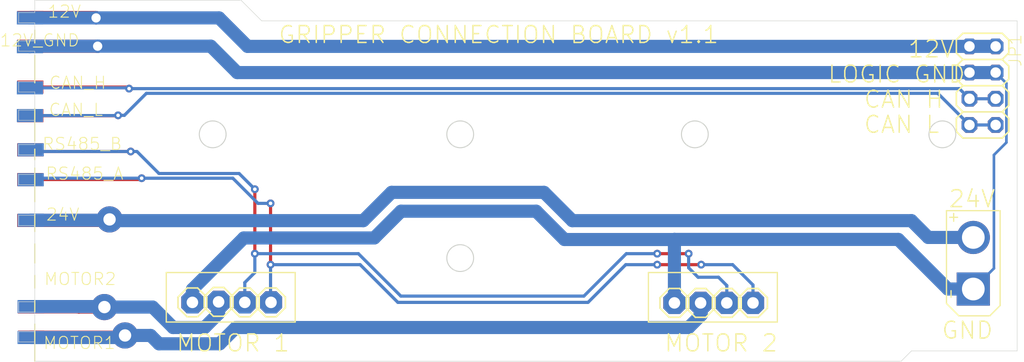
<source format=kicad_pcb>
(kicad_pcb (version 20211014) (generator pcbnew)
  (layers (0 "F.Cu" signal) (31 "B.Cu" signal) (34 "B.Paste" user) (35 "F.Paste" user) (36 "B.SilkS" user "B.Silkscreen") (37 "F.SilkS" user "F.Silkscreen") (38 "B.Mask" user) (39 "F.Mask" user) (44 "Edge.Cuts" user))
  (net 0 "")
  (net 1 "N$1")
  (net 2 "N$2")
  (net 3 "N$3")
  (net 4 "N$5")
  (net 5 "N$7")
  (net 6 "N$8")
  (net 7 "N$9")
  (net 8 "N$10")
  (net 9 "GND")
  (footprint "Gripper Connection Board:SMD1,27-2,54" (layer "F.Cu") (at 101.2263 95.9208 90)
    (fp_text reference "CAN_H" (at 0.4192 7.4292) (layer "F.SilkS") (effects (font (size 1.176528 1.176528) (thickness 0.093472)) (justify right)))
    (fp_text value "")
    (pad "1" smd rect (at 0 0 90) (size 1.27 2.54) (layers "F.Cu" "F.Paste" "F.Mask") (net 1 "N$1"))
  )
  (footprint "Gripper Connection Board:2X04" (layer "F.Cu") (at 193.5583 95.7856 -90)
    (fp_text reference "JP1" (at -5.08 -3.175 90) (layer "F.SilkS") (effects (font (size 1.17856 1.17856) (thickness 0.09144)) (justify right)))
    (fp_text value "")
    (fp_line (start 2.54 1.905) (end 3.175 2.54) (layer "F.SilkS") (width 0.1524))
    (fp_line (start -2.54 -1.905) (end -1.905 -2.54) (layer "F.SilkS") (width 0.1524))
    (fp_line (start 4.445 -2.54) (end 5.08 -1.905) (layer "F.SilkS") (width 0.1524))
    (fp_line (start -1.905 -2.54) (end -0.635 -2.54) (layer "F.SilkS") (width 0.1524))
    (fp_line (start -2.54 1.905) (end -1.905 2.54) (layer "F.SilkS") (width 0.1524))
    (fp_line (start 0 1.905) (end 0.635 2.54) (layer "F.SilkS") (width 0.1524))
    (fp_line (start -5.08 1.905) (end -5.08 -1.905) (layer "F.SilkS") (width 0.1524))
    (fp_line (start 1.905 2.54) (end 2.54 1.905) (layer "F.SilkS") (width 0.1524))
    (fp_line (start 3.175 -2.54) (end 4.445 -2.54) (layer "F.SilkS") (width 0.1524))
    (fp_line (start 2.54 -1.905) (end 2.54 1.905) (layer "F.SilkS") (width 0.1524))
    (fp_line (start -0.635 2.54) (end 0 1.905) (layer "F.SilkS") (width 0.1524))
    (fp_line (start 2.54 -1.905) (end 3.175 -2.54) (layer "F.SilkS") (width 0.1524))
    (fp_line (start -5.08 1.905) (end -4.445 2.54) (layer "F.SilkS") (width 0.1524))
    (fp_line (start 0.635 2.54) (end 1.905 2.54) (layer "F.SilkS") (width 0.1524))
    (fp_line (start 0.635 -2.54) (end 1.905 -2.54) (layer "F.SilkS") (width 0.1524))
    (fp_line (start 4.445 2.54) (end 5.08 1.905) (layer "F.SilkS") (width 0.1524))
    (fp_line (start -4.445 -2.54) (end -3.175 -2.54) (layer "F.SilkS") (width 0.1524))
    (fp_line (start 3.175 2.54) (end 4.445 2.54) (layer "F.SilkS") (width 0.1524))
    (fp_line (start 0 -1.905) (end 0.635 -2.54) (layer "F.SilkS") (width 0.1524))
    (fp_line (start -1.905 2.54) (end -0.635 2.54) (layer "F.SilkS") (width 0.1524))
    (fp_line (start -3.175 -2.54) (end -2.54 -1.905) (layer "F.SilkS") (width 0.1524))
    (fp_line (start -3.175 2.54) (end -2.54 1.905) (layer "F.SilkS") (width 0.1524))
    (fp_line (start 1.905 -2.54) (end 2.54 -1.905) (layer "F.SilkS") (width 0.1524))
    (fp_line (start 5.08 -1.905) (end 5.08 1.905) (layer "F.SilkS") (width 0.1524))
    (fp_line (start -0.635 -2.54) (end 0 -1.905) (layer "F.SilkS") (width 0.1524))
    (fp_line (start -2.54 -1.905) (end -2.54 1.905) (layer "F.SilkS") (width 0.1524))
    (fp_line (start -4.445 2.54) (end -3.175 2.54) (layer "F.SilkS") (width 0.1524))
    (fp_line (start 0 -1.905) (end 0 1.905) (layer "F.SilkS") (width 0.1524))
    (fp_line (start -5.08 -1.905) (end -4.445 -2.54) (layer "F.SilkS") (width 0.1524))
    (pad "1" thru_hole roundrect (at -3.81 1.27 270) (size 1.524 1.524) (drill 1.016) (layers *.Cu *.Mask) (chamfer_ratio 0.25) (chamfer top_left top_right bottom_left bottom_right) (net 3 "N$3"))
    (pad "2" thru_hole roundrect (at -3.81 -1.27 270) (size 1.524 1.524) (drill 1.016) (layers *.Cu *.Mask) (chamfer_ratio 0.25) (chamfer top_left top_right bottom_left bottom_right) (net 3 "N$3"))
    (pad "3" thru_hole roundrect (at -1.27 1.27 270) (size 1.524 1.524) (drill 1.016) (layers *.Cu *.Mask) (chamfer_ratio 0.25) (chamfer top_left top_right bottom_left bottom_right) (net 9 "GND"))
    (pad "4" thru_hole roundrect (at -1.27 -1.27 270) (size 1.524 1.524) (drill 1.016) (layers *.Cu *.Mask) (chamfer_ratio 0.25) (chamfer top_left top_right bottom_left bottom_right) (net 9 "GND"))
    (pad "5" thru_hole roundrect (at 1.27 1.27 270) (size 1.524 1.524) (drill 1.016) (layers *.Cu *.Mask) (chamfer_ratio 0.25) (chamfer top_left top_right bottom_left bottom_right) (net 1 "N$1"))
    (pad "6" thru_hole roundrect (at 1.27 -1.27 270) (size 1.524 1.524) (drill 1.016) (layers *.Cu *.Mask) (chamfer_ratio 0.25) (chamfer top_left top_right bottom_left bottom_right) (net 1 "N$1"))
    (pad "7" thru_hole roundrect (at 3.81 1.27 270) (size 1.524 1.524) (drill 1.016) (layers *.Cu *.Mask) (chamfer_ratio 0.25) (chamfer top_left top_right bottom_left bottom_right) (net 2 "N$2"))
    (pad "8" thru_hole roundrect (at 3.81 -1.27 270) (size 1.524 1.524) (drill 1.016) (layers *.Cu *.Mask) (chamfer_ratio 0.25) (chamfer top_left top_right bottom_left bottom_right) (net 2 "N$2"))
  )
  (footprint "Gripper Connection Board:SMD1,27-2,54" (layer "F.Cu") (at 101.2263 104.8868 90)
    (fp_text reference "RS485_A" (at 0.5716 9.1056) (layer "F.SilkS") (effects (font (size 1.176528 1.176528) (thickness 0.093472)) (justify right)))
    (fp_text value "")
    (pad "1" smd rect (at 0 0 90) (size 1.27 2.54) (layers "F.Cu" "F.Paste" "F.Mask") (net 6 "N$8"))
  )
  (footprint "Gripper Connection Board:SMD1,27-2,54" (layer "F.Cu") (at 101.2835 117.236 90)
    (fp_text reference "MOTOR2" (at 2.7052 8.3436) (layer "F.SilkS") (effects (font (size 1.176528 1.176528) (thickness 0.093472)) (justify right)))
    (fp_text value "")
    (pad "1" smd rect (at 0 0 90) (size 1.27 2.54) (layers "F.Cu" "F.Paste" "F.Mask") (net 8 "N$10"))
  )
  (footprint "Gripper Connection Board:SE11" (layer "F.Cu") (at 171.2999 116.8488)
    (fp_text reference "LSP12" hide)
    (fp_text value "SE11")
    (fp_line (start 1.397 -0.508) (end 1.397 0.508) (layer "F.SilkS") (width 0.1524))
    (fp_line (start -0.508 -1.397) (end 0.508 -1.397) (layer "F.SilkS") (width 0.1524))
    (fp_line (start -1.397 -0.508) (end -0.508 -1.397) (layer "F.SilkS") (width 0.1524))
    (fp_line (start 0.508 1.397) (end 1.397 0.508) (layer "F.SilkS") (width 0.1524))
    (fp_line (start 0.508 -1.397) (end 1.397 -0.508) (layer "F.SilkS") (width 0.1524))
    (fp_line (start -1.397 -0.508) (end -1.397 0.508) (layer "F.SilkS") (width 0.1524))
    (fp_line (start -0.508 1.397) (end -1.397 0.508) (layer "F.SilkS") (width 0.1524))
    (fp_line (start 0.508 1.397) (end -0.508 1.397) (layer "F.SilkS") (width 0.1524))
    (pad "MP" thru_hole roundrect (at 0 0) (size 2.159 2.159) (drill 1.1176) (layers *.Cu *.Mask) (chamfer_ratio 0.25) (chamfer top_left top_right bottom_left bottom_right) (net 6 "N$8"))
  )
  (footprint "Gripper Connection Board:SMD1,27-2,54" (layer "F.Cu") (at 101.2263 102.0072 90)
    (fp_text reference "RS485_B" (at 0.5716 8.9532) (layer "F.SilkS") (effects (font (size 1.176528 1.176528) (thickness 0.093472)) (justify right)))
    (fp_text value "")
    (pad "1" smd rect (at 0 0 90) (size 1.27 2.54) (layers "F.Cu" "F.Paste" "F.Mask") (net 5 "N$7"))
  )
  (footprint "Gripper Connection Board:SE11" (layer "F.Cu") (at 124.5639 116.798)
    (fp_text reference "LSP16" hide)
    (fp_text value "SE11")
    (fp_line (start 0.508 1.397) (end -0.508 1.397) (layer "F.SilkS") (width 0.1524))
    (fp_line (start -1.397 -0.508) (end -1.397 0.508) (layer "F.SilkS") (width 0.1524))
    (fp_line (start 0.508 -1.397) (end 1.397 -0.508) (layer "F.SilkS") (width 0.1524))
    (fp_line (start 1.397 -0.508) (end 1.397 0.508) (layer "F.SilkS") (width 0.1524))
    (fp_line (start -0.508 1.397) (end -1.397 0.508) (layer "F.SilkS") (width 0.1524))
    (fp_line (start 0.508 1.397) (end 1.397 0.508) (layer "F.SilkS") (width 0.1524))
    (fp_line (start -0.508 -1.397) (end 0.508 -1.397) (layer "F.SilkS") (width 0.1524))
    (fp_line (start -1.397 -0.508) (end -0.508 -1.397) (layer "F.SilkS") (width 0.1524))
    (pad "MP" thru_hole roundrect (at 0 0) (size 2.159 2.159) (drill 1.1176) (layers *.Cu *.Mask) (chamfer_ratio 0.25) (chamfer top_left top_right bottom_left bottom_right) (net 6 "N$8"))
  )
  (footprint "Gripper Connection Board:SE11" (layer "F.Cu") (at 116.9439 116.798)
    (fp_text reference "LSP9" hide)
    (fp_text value "SE11")
    (fp_line (start -1.397 -0.508) (end -1.397 0.508) (layer "F.SilkS") (width 0.1524))
    (fp_line (start -0.508 1.397) (end -1.397 0.508) (layer "F.SilkS") (width 0.1524))
    (fp_line (start 1.397 -0.508) (end 1.397 0.508) (layer "F.SilkS") (width 0.1524))
    (fp_line (start 0.508 -1.397) (end 1.397 -0.508) (layer "F.SilkS") (width 0.1524))
    (fp_line (start 0.508 1.397) (end -0.508 1.397) (layer "F.SilkS") (width 0.1524))
    (fp_line (start -0.508 -1.397) (end 0.508 -1.397) (layer "F.SilkS") (width 0.1524))
    (fp_line (start -1.397 -0.508) (end -0.508 -1.397) (layer "F.SilkS") (width 0.1524))
    (fp_line (start 0.508 1.397) (end 1.397 0.508) (layer "F.SilkS") (width 0.1524))
    (pad "MP" thru_hole roundrect (at 0 0) (size 2.159 2.159) (drill 1.1176) (layers *.Cu *.Mask) (chamfer_ratio 0.25) (chamfer top_left top_right bottom_left bottom_right) (net 9 "GND"))
  )
  (footprint "Gripper Connection Board:SMD1,27-2,54" (layer "F.Cu") (at 101.2263 98.6956 90)
    (fp_text reference "CAN_L" (at 0.5716 7.1244) (layer "F.SilkS") (effects (font (size 1.176528 1.176528) (thickness 0.093472)) (justify right)))
    (fp_text value "")
    (pad "1" smd rect (at 0 0 90) (size 1.27 2.54) (layers "F.Cu" "F.Paste" "F.Mask") (net 2 "N$2"))
  )
  (footprint "Gripper Connection Board:SMD1,27-2,54" (layer "F.Cu") (at 101.2263 89.174 90)
    (fp_text reference "12V" (at 0.5716 4.9908) (layer "F.SilkS") (effects (font (size 1.176528 1.176528) (thickness 0.093472)) (justify right)))
    (fp_text value "")
    (pad "1" smd rect (at 0 0 90) (size 1.27 2.54) (layers "F.Cu" "F.Paste" "F.Mask") (net 3 "N$3"))
  )
  (footprint "Gripper Connection Board:SE11" (layer "F.Cu") (at 163.6799 116.8488)
    (fp_text reference "LSP13" hide)
    (fp_text value "SE11")
    (fp_line (start -0.508 -1.397) (end 0.508 -1.397) (layer "F.SilkS") (width 0.1524))
    (fp_line (start 0.508 -1.397) (end 1.397 -0.508) (layer "F.SilkS") (width 0.1524))
    (fp_line (start 0.508 1.397) (end 1.397 0.508) (layer "F.SilkS") (width 0.1524))
    (fp_line (start 1.397 -0.508) (end 1.397 0.508) (layer "F.SilkS") (width 0.1524))
    (fp_line (start 0.508 1.397) (end -0.508 1.397) (layer "F.SilkS") (width 0.1524))
    (fp_line (start -1.397 -0.508) (end -0.508 -1.397) (layer "F.SilkS") (width 0.1524))
    (fp_line (start -1.397 -0.508) (end -1.397 0.508) (layer "F.SilkS") (width 0.1524))
    (fp_line (start -0.508 1.397) (end -1.397 0.508) (layer "F.SilkS") (width 0.1524))
    (pad "MP" thru_hole roundrect (at 0 0) (size 2.159 2.159) (drill 1.1176) (layers *.Cu *.Mask) (chamfer_ratio 0.25) (chamfer top_left top_right bottom_left bottom_right) (net 9 "GND"))
  )
  (footprint "Gripper Connection Board:SMD1,27-2,54" (layer "F.Cu") (at 101.2263 108.854 90)
    (fp_text reference "24V" (at 0.5716 4.8384) (layer "F.SilkS") (effects (font (size 1.176528 1.176528) (thickness 0.093472)) (justify right)))
    (fp_text value "")
    (pad "1" smd rect (at 0 0 90) (size 1.27 2.54) (layers "F.Cu" "F.Paste" "F.Mask") (net 4 "N$5"))
  )
  (footprint "Gripper Connection Board:SMD1,27-2,54" (layer "F.Cu") (at 101.2263 91.9616 90)
    (fp_text reference "12V_GND" (at 0.5716 4.8384) (layer "F.SilkS") (effects (font (size 1.176528 1.176528) (thickness 0.093472)) (justify right)))
    (fp_text value "")
    (pad "1" smd rect (at 0 0 90) (size 1.27 2.54) (layers "F.Cu" "F.Paste" "F.Mask") (net 9 "GND"))
  )
  (footprint "Gripper Connection Board:XT30" (layer "F.Cu") (at 192.6611 113.5036 90)
    (fp_text reference "U$1" hide)
    (fp_text value "XT30_YELLOW" hide)
    (fp_line (start 5.6 -2.6) (end 5.6 2.6) (layer "F.SilkS") (width 0.127))
    (fp_line (start -3.6 2.6) (end -4.6 1.6) (layer "F.SilkS") (width 0.127))
    (fp_line (start 5.6 2.6) (end -3.6 2.6) (layer "F.SilkS") (width 0.127))
    (fp_line (start -3.4 -2.6) (end 5.6 -2.6) (layer "F.SilkS") (width 0.127))
    (fp_line (start -4.6 -1.4) (end -4.6 1.6) (layer "F.SilkS") (width 0.127))
    (fp_line (start 4.953 -2.286) (end 4.953 -1.524) (layer "F.SilkS") (width 0.127))
    (fp_line (start 4.572 -1.905) (end 5.334 -1.905) (layer "F.SilkS") (width 0.127))
    (fp_line (start -3.4 -2.6) (end -4.6 -1.4) (layer "F.SilkS") (width 0.127))
    (fp_line (start -2.794 -2.159) (end -2.159 -2.159) (layer "F.SilkS") (width 0.127))
    (pad "P$1" thru_hole rect (at -2 0 90) (size 3.216 3.216) (drill 2.2) (layers *.Cu *.Mask) (net 9 "GND"))
    (pad "P$2" thru_hole circle (at 3 0 90) (size 3.216 3.216) (drill 2.2) (layers *.Cu *.Mask) (net 4 "N$5"))
  )
  (footprint "Gripper Connection Board:SE11" (layer "F.Cu") (at 122.0239 116.798)
    (fp_text reference "LSP11" hide)
    (fp_text value "SE11")
    (fp_line (start 0.508 1.397) (end 1.397 0.508) (layer "F.SilkS") (width 0.1524))
    (fp_line (start 1.397 -0.508) (end 1.397 0.508) (layer "F.SilkS") (width 0.1524))
    (fp_line (start 0.508 1.397) (end -0.508 1.397) (layer "F.SilkS") (width 0.1524))
    (fp_line (start -0.508 1.397) (end -1.397 0.508) (layer "F.SilkS") (width 0.1524))
    (fp_line (start 0.508 -1.397) (end 1.397 -0.508) (layer "F.SilkS") (width 0.1524))
    (fp_line (start -1.397 -0.508) (end -0.508 -1.397) (layer "F.SilkS") (width 0.1524))
    (fp_line (start -1.397 -0.508) (end -1.397 0.508) (layer "F.SilkS") (width 0.1524))
    (fp_line (start -0.508 -1.397) (end 0.508 -1.397) (layer "F.SilkS") (width 0.1524))
    (pad "MP" thru_hole roundrect (at 0 0) (size 2.159 2.159) (drill 1.1176) (layers *.Cu *.Mask) (chamfer_ratio 0.25) (chamfer top_left top_right bottom_left bottom_right) (net 5 "N$7"))
  )
  (footprint "Gripper Connection Board:SE11" (layer "F.Cu") (at 119.4839 116.7472)
    (fp_text reference "LSP14" hide)
    (fp_text value "SE11")
    (fp_line (start 0.508 1.397) (end -0.508 1.397) (layer "F.SilkS") (width 0.1524))
    (fp_line (start 1.397 -0.508) (end 1.397 0.508) (layer "F.SilkS") (width 0.1524))
    (fp_line (start -0.508 1.397) (end -1.397 0.508) (layer "F.SilkS") (width 0.1524))
    (fp_line (start 0.508 1.397) (end 1.397 0.508) (layer "F.SilkS") (width 0.1524))
    (fp_line (start -1.397 -0.508) (end -0.508 -1.397) (layer "F.SilkS") (width 0.1524))
    (fp_line (start -0.508 -1.397) (end 0.508 -1.397) (layer "F.SilkS") (width 0.1524))
    (fp_line (start 0.508 -1.397) (end 1.397 -0.508) (layer "F.SilkS") (width 0.1524))
    (fp_line (start -1.397 -0.508) (end -1.397 0.508) (layer "F.SilkS") (width 0.1524))
    (pad "MP" thru_hole roundrect (at 0 0) (size 2.159 2.159) (drill 1.1176) (layers *.Cu *.Mask) (chamfer_ratio 0.25) (chamfer top_left top_right bottom_left bottom_right) (net 8 "N$10"))
  )
  (footprint "Gripper Connection Board:SE11" (layer "F.Cu") (at 168.7599 116.8488)
    (fp_text reference "LSP15" hide)
    (fp_text value "SE11")
    (fp_line (start -1.397 -0.508) (end -0.508 -1.397) (layer "F.SilkS") (width 0.1524))
    (fp_line (start 0.508 1.397) (end -0.508 1.397) (layer "F.SilkS") (width 0.1524))
    (fp_line (start 1.397 -0.508) (end 1.397 0.508) (layer "F.SilkS") (width 0.1524))
    (fp_line (start 0.508 1.397) (end 1.397 0.508) (layer "F.SilkS") (width 0.1524))
    (fp_line (start -1.397 -0.508) (end -1.397 0.508) (layer "F.SilkS") (width 0.1524))
    (fp_line (start 0.508 -1.397) (end 1.397 -0.508) (layer "F.SilkS") (width 0.1524))
    (fp_line (start -0.508 1.397) (end -1.397 0.508) (layer "F.SilkS") (width 0.1524))
    (fp_line (start -0.508 -1.397) (end 0.508 -1.397) (layer "F.SilkS") (width 0.1524))
    (pad "MP" thru_hole roundrect (at 0 0) (size 2.159 2.159) (drill 1.1176) (layers *.Cu *.Mask) (chamfer_ratio 0.25) (chamfer top_left top_right bottom_left bottom_right) (net 5 "N$7"))
  )
  (footprint "Gripper Connection Board:SMD1,27-2,54" (layer "F.Cu") (at 101.3009 120.1712 90)
    (fp_text reference "MOTOR1" (at -0.562 8.246) (layer "F.SilkS") (effects (font (size 1.176528 1.176528) (thickness 0.093472)) (justify right)))
    (fp_text value "")
    (pad "1" smd rect (at 0 0 90) (size 1.27 2.54) (layers "F.Cu" "F.Paste" "F.Mask") (net 7 "N$9"))
  )
  (footprint "Gripper Connection Board:SE11" (layer "F.Cu") (at 166.2199 116.8488)
    (fp_text reference "LSP10" hide)
    (fp_text value "SE11")
    (fp_line (start 0.508 1.397) (end 1.397 0.508) (layer "F.SilkS") (width 0.1524))
    (fp_line (start -1.397 -0.508) (end -1.397 0.508) (layer "F.SilkS") (width 0.1524))
    (fp_line (start -0.508 -1.397) (end 0.508 -1.397) (layer "F.SilkS") (width 0.1524))
    (fp_line (start -1.397 -0.508) (end -0.508 -1.397) (layer "F.SilkS") (width 0.1524))
    (fp_line (start 0.508 -1.397) (end 1.397 -0.508) (layer "F.SilkS") (width 0.1524))
    (fp_line (start 1.397 -0.508) (end 1.397 0.508) (layer "F.SilkS") (width 0.1524))
    (fp_line (start -0.508 1.397) (end -1.397 0.508) (layer "F.SilkS") (width 0.1524))
    (fp_line (start 0.508 1.397) (end -0.508 1.397) (layer "F.SilkS") (width 0.1524))
    (pad "MP" thru_hole roundrect (at 0 0) (size 2.159 2.159) (drill 1.1176) (layers *.Cu *.Mask) (chamfer_ratio 0.25) (chamfer top_left top_right bottom_left bottom_right) (net 7 "N$9"))
  )
  (footprint "Gripper Connection Board:SMD1,27-2,54" (layer "B.Cu") (at 101.2611 102.0036 -90)
    (fp_text reference "RS485_B1" hide)
    (fp_text value "")
    (pad "1" smd rect (at 0 0 270) (size 1.27 2.54) (layers "B.Cu" "B.Paste" "B.Mask") (net 5 "N$7"))
  )
  (footprint "Gripper Connection Board:SMD1,27-2,54" (layer "B.Cu") (at 101.1911 92.0036 -90)
    (fp_text reference "PAD2" hide)
    (fp_text value "")
    (pad "1" smd rect (at 0 0 270) (size 1.27 2.54) (layers "B.Cu" "B.Paste" "B.Mask") (net 9 "GND"))
  )
  (footprint "Gripper Connection Board:SMD1,27-2,54" (layer "B.Cu") (at 101.2711 108.8336 -90)
    (fp_text reference "PAD5" hide)
    (fp_text value "")
    (pad "1" smd rect (at 0 0 270) (size 1.27 2.54) (layers "B.Cu" "B.Paste" "B.Mask") (net 4 "N$5"))
  )
  (footprint "Gripper Connection Board:SMD1,27-2,54" (layer "B.Cu") (at 101.1911 95.9936 -90)
    (fp_text reference "PAD3" hide)
    (fp_text value "")
    (pad "1" smd rect (at 0 0 270) (size 1.27 2.54) (layers "B.Cu" "B.Paste" "B.Mask") (net 1 "N$1"))
  )
  (footprint "Gripper Connection Board:SMD1,27-2,54" (layer "B.Cu") (at 101.1911 98.6836 -90)
    (fp_text reference "PAD4" hide)
    (fp_text value "")
    (pad "1" smd rect (at 0 0 270) (size 1.27 2.54) (layers "B.Cu" "B.Paste" "B.Mask") (net 2 "N$2"))
  )
  (footprint "Gripper Connection Board:SMD1,27-2,54" (layer "B.Cu") (at 101.2611 117.2036 -90)
    (fp_text reference "MOTOR3" hide)
    (fp_text value "")
    (pad "1" smd rect (at 0 0 270) (size 1.27 2.54) (layers "B.Cu" "B.Paste" "B.Mask") (net 8 "N$10"))
  )
  (footprint "Gripper Connection Board:SMD1,27-2,54" (layer "B.Cu") (at 101.2611 120.2036 -90)
    (fp_text reference "MOTOR4" hide)
    (fp_text value "")
    (pad "1" smd rect (at 0 0 270) (size 1.27 2.54) (layers "B.Cu" "B.Paste" "B.Mask") (net 7 "N$9"))
  )
  (footprint "Gripper Connection Board:SMD1,27-2,54" (layer "B.Cu") (at 101.1911 89.2136 -90)
    (fp_text reference "PAD1" hide)
    (fp_text value "")
    (pad "1" smd rect (at 0 0 270) (size 1.27 2.54) (layers "B.Cu" "B.Paste" "B.Mask") (net 3 "N$3"))
  )
  (footprint "Gripper Connection Board:SMD1,27-2,54" (layer "B.Cu") (at 101.2611 104.9036 -90)
    (fp_text reference "RS485_A1" hide)
    (fp_text value "")
    (pad "1" smd rect (at 0 0 270) (size 1.27 2.54) (layers "B.Cu" "B.Paste" "B.Mask") (net 6 "N$8"))
  )
  (gr_line (start 101.6611 92.8436) (end 101.6611 95.5016) (layer "F.SilkS") (width 0.12))
  (gr_line (start 101.6611 111.1316) (end 101.6611 112.9796) (layer "F.SilkS") (width 0.12))
  (gr_line (start 126.9111 113.9036) (end 126.9111 118.7036) (layer "F.SilkS") (width 0.127))
  (gr_line (start 173.6611 118.7036) (end 161.1611 118.7036) (layer "F.SilkS") (width 0.127))
  (gr_line (start 114.4111 113.9036) (end 126.9111 113.9036) (layer "F.SilkS") (width 0.127))
  (gr_line (start 161.1611 118.7036) (end 161.1611 113.9036) (layer "F.SilkS") (width 0.127))
  (gr_line (start 101.6611 108.2356) (end 101.6611 109.9316) (layer "F.SilkS") (width 0.12))
  (gr_line (start 161.1611 113.9036) (end 173.6611 113.9036) (layer "F.SilkS") (width 0.127))
  (gr_line (start 101.6611 97.9776) (end 101.6611 101.1396) (layer "F.SilkS") (width 0.12))
  (gr_line (start 101.6611 101.9396) (end 101.6611 102.9686) (layer "F.SilkS") (width 0.12))
  (gr_line (start 101.6611 103.7686) (end 101.6611 107.0356) (layer "F.SilkS") (width 0.12))
  (gr_line (start 101.6611 90.4056) (end 101.6611 91.6436) (layer "F.SilkS") (width 0.12))
  (gr_line (start 126.9111 118.7036) (end 114.4111 118.7036) (layer "F.SilkS") (width 0.127))
  (gr_line (start 114.4111 118.7036) (end 114.4111 113.9036) (layer "F.SilkS") (width 0.127))
  (gr_line (start 173.6611 113.9036) (end 173.6611 118.7036) (layer "F.SilkS") (width 0.127))
  (gr_line (start 101.6611 114.1796) (end 101.6611 115.4176) (layer "F.SilkS") (width 0.12))
  (gr_line (start 101.6611 118.9036) (end 101.6611 122.5) (layer "F.SilkS") (width 0.12))
  (gr_line (start 101.6611 116.6176) (end 101.6611 117.7036) (layer "F.SilkS") (width 0.12))
  (gr_line (start 101.6611 96.4016) (end 101.6611 98.1446) (layer "Edge.Cuts") (width 0.05))
  (gr_line (start 100.0911 95.4016) (end 100.0911 96.4016) (layer "Edge.Cuts") (width 0.05))
  (gr_line (start 100.0911 117.7376) (end 101.6611 117.7376) (layer "Edge.Cuts") (width 0.05))
  (gr_line (start 100.0911 109.3556) (end 101.6611 109.3556) (layer "Edge.Cuts") (width 0.05))
  (gr_line (start 101.6611 116.7376) (end 100.0911 116.7376) (layer "Edge.Cuts") (width 0.05))
  (gr_line (start 100.0911 108.3556) (end 100.0911 109.3556) (layer "Edge.Cuts") (width 0.05))
  (gr_line (start 196.9111 121.5036) (end 186.6611 121.5036) (layer "Edge.Cuts") (width 0.05))
  (gr_line (start 100.0911 116.7376) (end 100.0911 117.7376) (layer "Edge.Cuts") (width 0.05))
  (gr_circle (center 142.9111 100.5036) (end 144.2111 100.5036) (layer "Edge.Cuts") (width 0) (fill none))
  (gr_line (start 101.6611 104.3926) (end 100.0911 104.3926) (layer "Edge.Cuts") (width 0.05))
  (gr_line (start 101.6611 102.4976) (end 101.6611 104.3926) (layer "Edge.Cuts") (width 0.05))
  (gr_line (start 101.6611 87.5036) (end 121.6611 87.5036) (layer "Edge.Cuts") (width 0.05))
  (gr_line (start 123.6611 89.5036) (end 196.9111 89.5036) (layer "Edge.Cuts") (width 0.05))
  (gr_line (start 100.0911 119.6326) (end 100.0911 120.6326) (layer "Edge.Cuts") (width 0.05))
  (gr_line (start 100.0911 102.4976) (end 101.6611 102.4976) (layer "Edge.Cuts") (width 0.05))
  (gr_line (start 100.0911 88.6956) (end 100.0911 89.6956) (layer "Edge.Cuts") (width 0.05))
  (gr_line (start 101.6611 119.6326) (end 100.0911 119.6326) (layer "Edge.Cuts") (width 0.05))
  (gr_line (start 101.6611 89.6956) (end 101.6611 91.4386) (layer "Edge.Cuts") (width 0.05))
  (gr_line (start 100.0911 98.1446) (end 100.0911 99.1446) (layer "Edge.Cuts") (width 0.05))
  (gr_line (start 100.0911 91.4386) (end 100.0911 92.4386) (layer "Edge.Cuts") (width 0.05))
  (gr_line (start 100.0911 99.1446) (end 101.6611 99.1446) (layer "Edge.Cuts") (width 0.05))
  (gr_line (start 186.6611 121.5036) (end 185.6611 122.5036) (layer "Edge.Cuts") (width 0.05))
  (gr_circle (center 142.9111 112.5036) (end 144.2111 112.5036) (layer "Edge.Cuts") (width 0) (fill none))
  (gr_line (start 101.6611 99.1446) (end 101.6611 101.4976) (layer "Edge.Cuts") (width 0.05))
  (gr_line (start 196.9111 121.5036) (end 196.9111 89.5036) (layer "Edge.Cuts") (width 0.05))
  (gr_line (start 101.6611 95.4016) (end 100.0911 95.4016) (layer "Edge.Cuts") (width 0.05))
  (gr_line (start 101.6611 88.6956) (end 100.0911 88.6956) (layer "Edge.Cuts") (width 0.05))
  (gr_line (start 101.6611 105.3926) (end 101.6611 108.3556) (layer "Edge.Cuts") (width 0.05))
  (gr_line (start 100.0911 120.6326) (end 101.6611 120.6326) (layer "Edge.Cuts") (width 0.05))
  (gr_line (start 101.6611 122.5036) (end 185.6611 122.5036) (layer "Edge.Cuts") (width 0.05))
  (gr_line (start 100.0911 105.3926) (end 101.6611 105.3926) (layer "Edge.Cuts") (width 0.05))
  (gr_line (start 100.0911 92.4386) (end 101.6611 92.4386) (layer "Edge.Cuts") (width 0.05))
  (gr_line (start 101.6611 120.6326) (end 101.6611 122.5036) (layer "Edge.Cuts") (width 0.05))
  (gr_line (start 101.6611 117.7376) (end 101.6611 119.6326) (layer "Edge.Cuts") (width 0.05))
  (gr_circle (center 118.9111 100.5036) (end 120.2111 100.5036) (layer "Edge.Cuts") (width 0) (fill none))
  (gr_line (start 101.6611 109.3556) (end 101.6611 116.7376) (layer "Edge.Cuts") (width 0.05))
  (gr_line (start 101.6611 87.5036) (end 101.6611 88.6956) (layer "Edge.Cuts") (width 0.05))
  (gr_line (start 100.0911 96.4016) (end 101.6611 96.4016) (layer "Edge.Cuts") (width 0.05))
  (gr_line (start 101.6611 91.4386) (end 100.0911 91.4386) (layer "Edge.Cuts") (width 0.05))
  (gr_line (start 100.0911 89.6956) (end 101.6611 89.6956) (layer "Edge.Cuts") (width 0.05))
  (gr_line (start 101.6611 98.1446) (end 100.0911 98.1446) (layer "Edge.Cuts") (width 0.05))
  (gr_circle (center 189.6611 100.5036) (end 190.9611 100.5036) (layer "Edge.Cuts") (width 0) (fill none))
  (gr_line (start 121.6611 87.5036) (end 123.6611 89.5036) (layer "Edge.Cuts") (width 0.05))
  (gr_line (start 101.6611 92.4386) (end 101.6611 95.4016) (layer "Edge.Cuts") (width 0.05))
  (gr_line (start 100.0911 104.3926) (end 100.0911 105.3926) (layer "Edge.Cuts") (width 0.05))
  (gr_circle (center 165.6611 100.5036) (end 166.9611 100.5036) (layer "Edge.Cuts") (width 0) (fill none))
  (gr_line (start 101.6611 108.3556) (end 100.0911 108.3556) (layer "Edge.Cuts") (width 0.05))
  (gr_line (start 101.6611 101.4976) (end 100.0911 101.4976) (layer "Edge.Cuts") (width 0.05))
  (gr_line (start 100.0911 101.4976) (end 100.0911 102.4976) (layer "Edge.Cuts") (width 0.05))
  (gr_text "24V" (at 194.8903 105.8) (layer "F.SilkS") (effects (font (size 1.63576 1.63576) (thickness 0.14224)) (justify right top)))
  (gr_text "CAN H" (at 181.9571 98.0716) (layer "F.SilkS") (effects (font (size 1.63576 1.63576) (thickness 0.14224)) (justify left bottom)))
  (gr_text "GRIPPER CONNECTION BOARD v1.1" (at 125.2 91.8) (layer "F.SilkS") (effects (font (size 1.63576 1.63576) (thickness 0.14224)) (justify left bottom)))
  (gr_text "LOGIC GND" (at 178.4707 95.6332) (layer "F.SilkS") (effects (font (size 1.63576 1.63576) (thickness 0.14224)) (justify left bottom)))
  (gr_text "CAN L" (at 181.9571 100.51) (layer "F.SilkS") (effects (font (size 1.63576 1.63576) (thickness 0.14224)) (justify left bottom)))
  (gr_text "GND" (at 194.6747 118.55) (layer "F.SilkS") (effects (font (size 1.63576 1.63576) (thickness 0.14224)) (justify right top)))
  (gr_text "MOTOR 1" (at 115.2915 121.702) (layer "F.SilkS") (effects (font (size 1.63576 1.63576) (thickness 0.14224)) (justify left bottom)))
  (gr_text "MOTOR 2" (at 162.6211 121.702) (layer "F.SilkS") (effects (font (size 1.63576 1.63576) (thickness 0.14224)) (justify left bottom)))
  (gr_text "12V" (at 186.2431 93.1948) (layer "F.SilkS") (effects (font (size 1.63576 1.63576) (thickness 0.14224)) (justify left bottom)))
  (segment (start 101.2263 95.9208) (end 110.6543 95.9208) (width 0.3048) (layer "F.Cu") (net 1))
  (segment (start 110.6543 95.9208) (end 110.8051 96.0716) (width 0.3048) (layer "F.Cu") (net 1))
  (via (at 110.8051 96.0716) (size 0.7564) (drill 0.35) (layers "F.Cu" "B.Cu") (net 1))
  (segment (start 110.7271 95.9936) (end 110.8051 96.0716) (width 0.3048) (layer "B.Cu") (net 1))
  (segment (start 110.8051 96.0716) (end 191.3043 96.0716) (width 0.3048) (layer "B.Cu") (net 1))
  (segment (start 101.1911 95.9936) (end 110.7271 95.9936) (width 0.3048) (layer "B.Cu") (net 1))
  (segment (start 191.3043 96.0716) (end 192.2883 97.0556) (width 0.3048) (layer "B.Cu") (net 1))
  (segment (start 192.2883 97.0556) (end 194.8283 97.0556) (width 0.3048) (layer "B.Cu") (net 1))
  (segment (start 101.2263 98.6956) (end 109.7051 98.6956) (width 0.3048) (layer "F.Cu") (net 2))
  (segment (start 109.7051 98.6956) (end 109.7383 98.6624) (width 0.3048) (layer "F.Cu") (net 2))
  (via (at 109.7383 98.6624) (size 0.7564) (drill 0.35) (layers "F.Cu" "B.Cu") (net 2))
  (segment (start 112.4815 96.5288) (end 189.2215 96.5288) (width 0.3048) (layer "B.Cu") (net 2))
  (segment (start 192.2883 99.5956) (end 194.8283 99.5956) (width 0.3048) (layer "B.Cu") (net 2))
  (segment (start 109.7383 98.6624) (end 110.3479 98.6624) (width 0.3048) (layer "B.Cu") (net 2))
  (segment (start 109.7171 98.6836) (end 109.7383 98.6624) (width 0.3048) (layer "B.Cu") (net 2))
  (segment (start 189.2215 96.5288) (end 192.2883 99.5956) (width 0.3048) (layer "B.Cu") (net 2))
  (segment (start 101.1911 98.6836) (end 109.7171 98.6836) (width 0.3048) (layer "B.Cu") (net 2))
  (segment (start 110.3479 98.6624) (end 112.4815 96.5288) (width 0.3048) (layer "B.Cu") (net 2))
  (segment (start 101.2263 89.174) (end 107.5651 89.174) (width 1.27) (layer "F.Cu") (net 3))
  (segment (start 107.5651 89.174) (end 107.6047 89.2136) (width 1.27) (layer "F.Cu") (net 3))
  (via (at 107.6047 89.2136) (size 1.3064) (drill 0.9) (layers "F.Cu" "B.Cu") (net 3))
  (segment (start 101.1911 89.2136) (end 107.6047 89.2136) (width 1.27) (layer "B.Cu") (net 3))
  (segment (start 122.2883 91.9756) (end 192.2883 91.9756) (width 1.27) (layer "B.Cu") (net 3))
  (segment (start 192.2883 91.9756) (end 194.8283 91.9756) (width 1.27) (layer "B.Cu") (net 3))
  (segment (start 122.2883 91.9756) (end 119.5263 89.2136) (width 1.27) (layer "B.Cu") (net 3))
  (segment (start 107.6047 89.2136) (end 119.5263 89.2136) (width 1.27) (layer "B.Cu") (net 3))
  (segment (start 101.2263 108.854) (end 108.8107 108.854) (width 1.27) (layer "F.Cu") (net 4))
  (segment (start 108.8107 108.854) (end 108.9111 108.7536) (width 1.27) (layer "F.Cu") (net 4))
  (via (at 108.9111 108.7536) (size 2.54) (drill 1.2) (layers "F.Cu" "B.Cu") (net 4))
  (segment (start 109.0307 108.8732) (end 133.5127 108.8732) (width 1.27) (layer "B.Cu") (net 4))
  (segment (start 151.0387 106.13) (end 153.7819 108.8732) (width 1.27) (layer "B.Cu") (net 4))
  (segment (start 136.2559 106.13) (end 151.0387 106.13) (width 1.27) (layer "B.Cu") (net 4))
  (segment (start 192.6611 110.5036) (end 188.2915 110.5036) (width 1.27) (layer "B.Cu") (net 4))
  (segment (start 133.5127 108.8732) (end 136.2559 106.13) (width 1.27) (layer "B.Cu") (net 4))
  (segment (start 101.2711 108.8336) (end 108.8311 108.8336) (width 1.27) (layer "B.Cu") (net 4))
  (segment (start 153.7819 108.8732) (end 186.6611 108.8732) (width 1.27) (layer "B.Cu") (net 4))
  (segment (start 108.8311 108.8336) (end 108.9111 108.7536) (width 1.27) (layer "B.Cu") (net 4))
  (segment (start 188.2915 110.5036) (end 186.6611 108.8732) (width 1.27) (layer "B.Cu") (net 4))
  (segment (start 108.9111 108.7536) (end 109.0307 108.8732) (width 1.27) (layer "B.Cu") (net 4))
  (segment (start 101.3867 102.1676) (end 101.2263 102.0072) (width 0.3048) (layer "F.Cu") (net 5))
  (segment (start 110.9575 102.1676) (end 101.3867 102.1676) (width 0.3048) (layer "F.Cu") (net 5))
  (segment (start 162.0115 112.0736) (end 165.0595 112.0736) (width 0.3048) (layer "F.Cu") (net 5))
  (segment (start 122.9971 105.8252) (end 122.9971 112.0736) (width 0.3048) (layer "F.Cu") (net 5))
  (via (at 122.9971 105.8252) (size 0.7564) (drill 0.35) (layers "F.Cu" "B.Cu") (net 5))
  (via (at 165.0595 112.0736) (size 0.7564) (drill 0.35) (layers "F.Cu" "B.Cu") (net 5))
  (via (at 110.9575 102.1676) (size 0.7564) (drill 0.35) (layers "F.Cu" "B.Cu") (net 5))
  (via (at 162.0115 112.0736) (size 0.7564) (drill 0.35) (layers "F.Cu" "B.Cu") (net 5))
  (via (at 122.9971 112.0736) (size 0.7564) (drill 0.35) (layers "F.Cu" "B.Cu") (net 5))
  (segment (start 122.9971 112.0736) (end 133.037681 112.0736) (width 0.3048) (layer "B.Cu") (net 5))
  (segment (start 122.9971 113.9024) (end 122.0239 114.8756) (width 0.3048) (layer "B.Cu") (net 5))
  (segment (start 121.4731 104.3012) (end 113.7007 104.3012) (width 0.3048) (layer "B.Cu") (net 5))
  (segment (start 165.0595 112.0736) (end 165.0595 113.4452) (width 0.3048) (layer "B.Cu") (net 5))
  (segment (start 121.4731 104.3012) (end 122.9971 105.8252) (width 0.3048) (layer "B.Cu") (net 5))
  (segment (start 113.7007 104.3012) (end 111.5671 102.1676) (width 0.3048) (layer "B.Cu") (net 5))
  (segment (start 165.0595 113.4452) (end 165.9739 114.3596) (width 0.3048) (layer "B.Cu") (net 5))
  (segment (start 167.9551 114.3596) (end 168.7599 115.1644) (width 0.3048) (layer "B.Cu") (net 5))
  (segment (start 133.037681 112.0736) (end 137.152481 116.1884) (width 0.3048) (layer "B.Cu") (net 5))
  (segment (start 110.9575 102.1676) (end 111.5671 102.1676) (width 0.3048) (layer "B.Cu") (net 5))
  (segment (start 159.0183 112.0736) (end 162.0115 112.0736) (width 0.3048) (layer "B.Cu") (net 5))
  (segment (start 137.152481 116.1884) (end 154.9035 116.1884) (width 0.3048) (layer "B.Cu") (net 5))
  (segment (start 122.0239 114.8756) (end 122.0239 116.798) (width 0.3048) (layer "B.Cu") (net 5))
  (segment (start 101.4251 102.1676) (end 110.9575 102.1676) (width 0.3048) (layer "B.Cu") (net 5))
  (segment (start 154.9035 116.1884) (end 159.0183 112.0736) (width 0.3048) (layer "B.Cu") (net 5))
  (segment (start 165.9739 114.3596) (end 167.9551 114.3596) (width 0.3048) (layer "B.Cu") (net 5))
  (segment (start 101.2611 102.0036) (end 101.4251 102.1676) (width 0.3048) (layer "B.Cu") (net 5))
  (segment (start 168.7599 115.1644) (end 168.7599 116.8488) (width 0.3048) (layer "B.Cu") (net 5))
  (segment (start 122.9971 112.0736) (end 122.9971 113.9024) (width 0.3048) (layer "B.Cu") (net 5))
  (segment (start 111.8959 104.8868) (end 112.0243 104.7584) (width 0.3048) (layer "F.Cu") (net 6))
  (segment (start 162.0115 113.1404) (end 166.2787 113.1404) (width 0.3048) (layer "F.Cu") (net 6))
  (segment (start 101.2263 104.8868) (end 111.8959 104.8868) (width 0.3048) (layer "F.Cu") (net 6))
  (segment (start 124.5211 107.1968) (end 124.5211 113.1404) (width 0.3048) (layer "F.Cu") (net 6))
  (via (at 166.2787 113.1404) (size 0.7564) (drill 0.35) (layers "F.Cu" "B.Cu") (net 6))
  (via (at 162.0115 113.1404) (size 0.7564) (drill 0.35) (layers "F.Cu" "B.Cu") (net 6))
  (via (at 124.5211 113.1404) (size 0.7564) (drill 0.35) (layers "F.Cu" "B.Cu") (net 6))
  (via (at 112.0243 104.7584) (size 0.7564) (drill 0.35) (layers "F.Cu" "B.Cu") (net 6))
  (via (at 124.5211 107.1968) (size 0.7564) (drill 0.35) (layers "F.Cu" "B.Cu") (net 6))
  (segment (start 123.3019 107.1968) (end 124.5211 107.1968) (width 0.3048) (layer "B.Cu") (net 6))
  (segment (start 124.5211 113.1404) (end 133.2079 113.1404) (width 0.3048) (layer "B.Cu") (net 6))
  (segment (start 155.3059 116.798) (end 158.9635 113.1404) (width 0.3048) (layer "B.Cu") (net 6))
  (segment (start 158.9635 113.1404) (end 162.0115 113.1404) (width 0.3048) (layer "B.Cu") (net 6))
  (segment (start 101.2611 104.9036) (end 101.4063 104.7584) (width 0.3048) (layer "B.Cu") (net 6))
  (segment (start 171.2999 115.1136) (end 171.2999 116.8488) (width 0.3048) (layer "B.Cu") (net 6))
  (segment (start 136.8655 116.798) (end 155.3059 116.798) (width 0.3048) (layer "B.Cu") (net 6))
  (segment (start 124.5211 113.1404) (end 124.5211 116.7552) (width 0.3048) (layer "B.Cu") (net 6))
  (segment (start 133.2079 113.1404) (end 136.8655 116.798) (width 0.3048) (layer "B.Cu") (net 6))
  (segment (start 112.0243 104.7584) (end 120.8635 104.7584) (width 0.3048) (layer "B.Cu") (net 6))
  (segment (start 166.2787 113.1404) (end 169.3267 113.1404) (width 0.3048) (layer "B.Cu") (net 6))
  (segment (start 112.0243 104.7584) (end 101.4063 104.7584) (width 0.3048) (layer "B.Cu") (net 6))
  (segment (start 124.5211 116.7552) (end 124.5639 116.798) (width 0.3048) (layer "B.Cu") (net 6))
  (segment (start 123.3019 107.1968) (end 120.8635 104.7584) (width 0.3048) (layer "B.Cu") (net 6))
  (segment (start 169.3267 113.1404) (end 171.2999 115.1136) (width 0.3048) (layer "B.Cu") (net 6))
  (segment (start 110.1787 120.1712) (end 110.2111 120.2036) (width 1.27) (layer "F.Cu") (net 7))
  (segment (start 110.2111 120.2036) (end 110.4111 120.0036) (width 1.27) (layer "F.Cu") (net 7))
  (segment (start 101.3009 120.1712) (end 110.1787 120.1712) (width 1.27) (layer "F.Cu") (net 7))
  (via (at 110.4111 120.0036) (size 2.54) (drill 1.2) (layers "F.Cu" "B.Cu") (net 7))
  (segment (start 121.1683 119.2364) (end 165.0595 119.2364) (width 1.27) (layer "B.Cu") (net 7))
  (segment (start 101.2611 120.2036) (end 110.2111 120.2036) (width 1.27) (layer "B.Cu") (net 7))
  (segment (start 110.4111 120.0036) (end 112.8911 120.0036) (width 1.27) (layer "B.Cu") (net 7))
  (segment (start 166.2787 116.9076) (end 166.2199 116.8488) (width 1.27) (layer "B.Cu") (net 7))
  (segment (start 119.5915 120.8132) (end 121.1683 119.2364) (width 1.27) (layer "B.Cu") (net 7))
  (segment (start 112.8911 120.0036) (end 113.7007 120.8132) (width 1.27) (layer "B.Cu") (net 7))
  (segment (start 113.7007 120.8132) (end 119.5915 120.8132) (width 1.27) (layer "B.Cu") (net 7))
  (segment (start 110.4111 120.0036) (end 110.2821 120.1326) (width 1.27) (layer "B.Cu") (net 7))
  (segment (start 110.2111 120.2036) (end 110.4111 120.0036) (width 1.27) (layer "B.Cu") (net 7))
  (segment (start 166.2787 118.0172) (end 166.2787 116.9076) (width 1.27) (layer "B.Cu") (net 7))
  (segment (start 165.0595 119.2364) (end 166.2787 118.0172) (width 1.27) (layer "B.Cu") (net 7))
  (segment (start 101.2835 117.236) (end 105.9091 117.236) (width 1.27) (layer "F.Cu") (net 8))
  (segment (start 108.4111 117.2536) (end 105.9267 117.2536) (width 1.27) (layer "F.Cu") (net 8))
  (segment (start 105.9267 117.2536) (end 105.9283 117.2552) (width 1.27) (layer "F.Cu") (net 8))
  (segment (start 105.9267 117.2536) (end 105.9091 117.236) (width 1.27) (layer "F.Cu") (net 8))
  (via (at 108.4111 117.2536) (size 2.54) (drill 1.2) (layers "F.Cu" "B.Cu") (net 8))
  (segment (start 115.0723 119.2364) (end 113.0895 117.2536) (width 1.27) (layer "B.Cu") (net 8))
  (segment (start 108.3611 117.2036) (end 108.4111 117.2536) (width 1.27) (layer "B.Cu") (net 8))
  (segment (start 101.2611 117.2036) (end 108.3611 117.2036) (width 1.27) (layer "B.Cu") (net 8))
  (segment (start 113.0895 117.2536) (end 108.4111 117.2536) (width 1.27) (layer "B.Cu") (net 8))
  (segment (start 119.4839 117.8728) (end 119.4839 116.7472) (width 1.27) (layer "B.Cu") (net 8))
  (segment (start 118.1203 119.2364) (end 119.4839 117.8728) (width 1.27) (layer "B.Cu") (net 8))
  (segment (start 118.1203 119.2364) (end 115.0723 119.2364) (width 1.27) (layer "B.Cu") (net 8))
  (segment (start 107.7523 91.9616) (end 107.7571 91.9568) (width 1.27) (layer "F.Cu") (net 9))
  (segment (start 101.2263 91.9616) (end 107.7523 91.9616) (width 1.27) (layer "F.Cu") (net 9))
  (via (at 107.7571 91.9568) (size 1.3064) (drill 0.9) (layers "F.Cu" "B.Cu") (net 9))
  (segment (start 121.2883 94.5156) (end 118.7295 91.9568) (width 1.27) (layer "B.Cu") (net 9))
  (segment (start 195.8697 95.557) (end 194.8283 94.5156) (width 0.254) (layer "B.Cu") (net 9))
  (segment (start 192.6611 115.5036) (end 194.6611 113.5036) (width 0.254) (layer "B.Cu") (net 9))
  (segment (start 153.0199 110.702) (end 163.6719 110.702) (width 1.27) (layer "B.Cu") (net 9))
  (segment (start 107.7571 91.9568) (end 118.7295 91.9568) (width 1.27) (layer "B.Cu") (net 9))
  (segment (start 163.6799 116.8488) (end 163.6799 110.694) (width 1.27) (layer "B.Cu") (net 9))
  (segment (start 163.6719 110.702) (end 163.6799 110.694) (width 1.27) (layer "B.Cu") (net 9))
  (segment (start 194.6611 102.5036) (end 195.8697 101.295) (width 0.254) (layer "B.Cu") (net 9))
  (segment (start 121.2883 94.5156) (end 192.2883 94.5156) (width 1.27) (layer "B.Cu") (net 9))
  (segment (start 101.1911 92.0036) (end 101.2379 91.9568) (width 1.27) (layer "B.Cu") (net 9))
  (segment (start 116.9439 116.798) (end 116.9439 115.536) (width 1.27) (layer "B.Cu") (net 9))
  (segment (start 116.9439 115.536) (end 121.9303 110.5496) (width 1.27) (layer "B.Cu") (net 9))
  (segment (start 137.1703 107.9588) (end 150.2767 107.9588) (width 1.27) (layer "B.Cu") (net 9))
  (segment (start 101.2379 91.9568) (end 107.7571 91.9568) (width 1.27) (layer "B.Cu") (net 9))
  (segment (start 190.1971 115.5036) (end 192.6611 115.5036) (width 1.27) (layer "B.Cu") (net 9))
  (segment (start 192.2883 94.5156) (end 194.8283 94.5156) (width 1.27) (layer "B.Cu") (net 9))
  (segment (start 163.6799 110.694) (end 185.3875 110.694) (width 1.27) (layer "B.Cu") (net 9))
  (segment (start 195.8697 101.295) (end 195.8697 95.557) (width 0.254) (layer "B.Cu") (net 9))
  (segment (start 194.6611 113.5036) (end 194.6611 102.5036) (width 0.254) (layer "B.Cu") (net 9))
  (segment (start 185.3875 110.694) (end 190.1971 115.5036) (width 1.27) (layer "B.Cu") (net 9))
  (segment (start 134.5795 110.5496) (end 137.1703 107.9588) (width 1.27) (layer "B.Cu") (net 9))
  (segment (start 121.9303 110.5496) (end 134.5795 110.5496) (width 1.27) (layer "B.Cu") (net 9))
  (segment (start 150.2767 107.9588) (end 153.0199 110.702) (width 1.27) (layer "B.Cu") (net 9))
)
</source>
